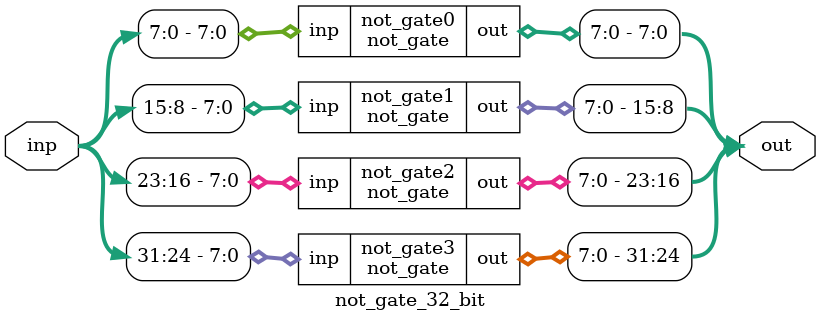
<source format=v>
module not_gate (
    input [7:0] inp,
    output [7:0] out
);
    not not0 (out[0], inp[0]);
    not not1 (out[1], inp[1]);
    not not2 (out[2], inp[2]);
    not not3 (out[3], inp[3]);
    not not4 (out[4], inp[4]);
    not not5 (out[5], inp[5]);
    not not6 (out[6], inp[6]);
    not not7 (out[7], inp[7]);

endmodule


module not_gate_32_bit (
    input [31:0] inp,
    output [31:0] out
);

    not_gate not_gate0 (.inp(inp[7:0]),.out(out[7:0]));
    not_gate not_gate1 (.inp(inp[15:8]),.out(out[15:8]));
    not_gate not_gate2 (.inp(inp[23:16]),.out(out[23:16]));
    not_gate not_gate3 (.inp(inp[31:24]),.out(out[31:24]));
    
endmodule
</source>
